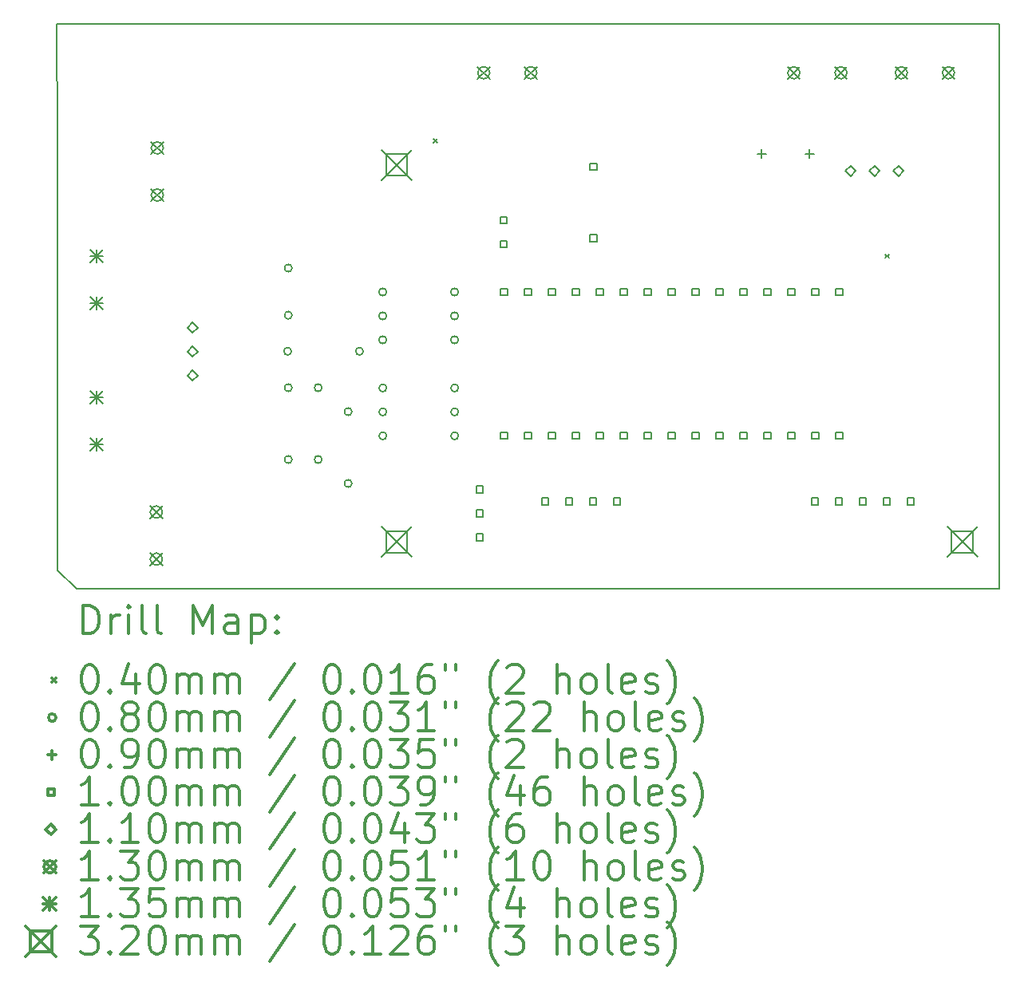
<source format=gbr>
%FSLAX45Y45*%
G04 Gerber Fmt 4.5, Leading zero omitted, Abs format (unit mm)*
G04 Created by KiCad (PCBNEW (5.1.8-0-10_14)) date 2021-01-11 22:35:17*
%MOMM*%
%LPD*%
G01*
G04 APERTURE LIST*
%TA.AperFunction,Profile*%
%ADD10C,0.150000*%
%TD*%
%ADD11C,0.200000*%
%ADD12C,0.300000*%
G04 APERTURE END LIST*
D10*
X10041882Y-5799926D02*
X10050000Y-7000000D01*
X20041882Y-5799926D02*
X10041882Y-5799926D01*
X20041882Y-11799926D02*
X20041882Y-5799926D01*
X19850000Y-11800000D02*
X20041882Y-11799926D01*
X19850000Y-11800000D02*
X10250000Y-11800000D01*
X10050000Y-11600000D02*
X10250000Y-11800000D01*
X10050000Y-7000000D02*
X10050000Y-11600000D01*
D11*
X14040482Y-7024726D02*
X14080482Y-7064726D01*
X14080482Y-7024726D02*
X14040482Y-7064726D01*
X18828500Y-8245500D02*
X18868500Y-8285500D01*
X18868500Y-8245500D02*
X18828500Y-8285500D01*
X12856000Y-9662500D02*
G75*
G03*
X12856000Y-9662500I-40000J0D01*
G01*
X12856000Y-10424500D02*
G75*
G03*
X12856000Y-10424500I-40000J0D01*
G01*
X13173500Y-9916500D02*
G75*
G03*
X13173500Y-9916500I-40000J0D01*
G01*
X13173500Y-10678500D02*
G75*
G03*
X13173500Y-10678500I-40000J0D01*
G01*
X12538500Y-8392500D02*
G75*
G03*
X12538500Y-8392500I-40000J0D01*
G01*
X12538500Y-8892500D02*
G75*
G03*
X12538500Y-8892500I-40000J0D01*
G01*
X12538500Y-9662500D02*
G75*
G03*
X12538500Y-9662500I-40000J0D01*
G01*
X12538500Y-10424500D02*
G75*
G03*
X12538500Y-10424500I-40000J0D01*
G01*
X13539882Y-8646500D02*
G75*
G03*
X13539882Y-8646500I-40000J0D01*
G01*
X13539882Y-8900500D02*
G75*
G03*
X13539882Y-8900500I-40000J0D01*
G01*
X13539882Y-9154500D02*
G75*
G03*
X13539882Y-9154500I-40000J0D01*
G01*
X14301882Y-8646500D02*
G75*
G03*
X14301882Y-8646500I-40000J0D01*
G01*
X14301882Y-8900500D02*
G75*
G03*
X14301882Y-8900500I-40000J0D01*
G01*
X14301882Y-9154500D02*
G75*
G03*
X14301882Y-9154500I-40000J0D01*
G01*
X13541882Y-9664926D02*
G75*
G03*
X13541882Y-9664926I-40000J0D01*
G01*
X13541882Y-9918926D02*
G75*
G03*
X13541882Y-9918926I-40000J0D01*
G01*
X13541882Y-10172926D02*
G75*
G03*
X13541882Y-10172926I-40000J0D01*
G01*
X14303882Y-9664926D02*
G75*
G03*
X14303882Y-9664926I-40000J0D01*
G01*
X14303882Y-9918926D02*
G75*
G03*
X14303882Y-9918926I-40000J0D01*
G01*
X14303882Y-10172926D02*
G75*
G03*
X14303882Y-10172926I-40000J0D01*
G01*
X12531882Y-9274926D02*
G75*
G03*
X12531882Y-9274926I-40000J0D01*
G01*
X13293882Y-9274926D02*
G75*
G03*
X13293882Y-9274926I-40000J0D01*
G01*
X17521882Y-7134926D02*
X17521882Y-7224926D01*
X17476882Y-7179926D02*
X17566882Y-7179926D01*
X18029882Y-7134926D02*
X18029882Y-7224926D01*
X17984882Y-7179926D02*
X18074882Y-7179926D01*
X15259238Y-10904356D02*
X15259238Y-10833644D01*
X15188526Y-10833644D01*
X15188526Y-10904356D01*
X15259238Y-10904356D01*
X15513238Y-10904356D02*
X15513238Y-10833644D01*
X15442526Y-10833644D01*
X15442526Y-10904356D01*
X15513238Y-10904356D01*
X15767238Y-10904356D02*
X15767238Y-10833644D01*
X15696526Y-10833644D01*
X15696526Y-10904356D01*
X15767238Y-10904356D01*
X16021238Y-10904356D02*
X16021238Y-10833644D01*
X15950526Y-10833644D01*
X15950526Y-10904356D01*
X16021238Y-10904356D01*
X18121856Y-10904356D02*
X18121856Y-10833644D01*
X18051144Y-10833644D01*
X18051144Y-10904356D01*
X18121856Y-10904356D01*
X18375856Y-10904356D02*
X18375856Y-10833644D01*
X18305144Y-10833644D01*
X18305144Y-10904356D01*
X18375856Y-10904356D01*
X18629856Y-10904356D02*
X18629856Y-10833644D01*
X18559144Y-10833644D01*
X18559144Y-10904356D01*
X18629856Y-10904356D01*
X18883856Y-10904356D02*
X18883856Y-10833644D01*
X18813144Y-10833644D01*
X18813144Y-10904356D01*
X18883856Y-10904356D01*
X19137856Y-10904356D02*
X19137856Y-10833644D01*
X19067144Y-10833644D01*
X19067144Y-10904356D01*
X19137856Y-10904356D01*
X15772356Y-7350356D02*
X15772356Y-7279644D01*
X15701644Y-7279644D01*
X15701644Y-7350356D01*
X15772356Y-7350356D01*
X15772356Y-8110356D02*
X15772356Y-8039644D01*
X15701644Y-8039644D01*
X15701644Y-8110356D01*
X15772356Y-8110356D01*
X14565856Y-10777356D02*
X14565856Y-10706644D01*
X14495144Y-10706644D01*
X14495144Y-10777356D01*
X14565856Y-10777356D01*
X14565856Y-11031356D02*
X14565856Y-10960644D01*
X14495144Y-10960644D01*
X14495144Y-11031356D01*
X14565856Y-11031356D01*
X14565856Y-11285356D02*
X14565856Y-11214644D01*
X14495144Y-11214644D01*
X14495144Y-11285356D01*
X14565856Y-11285356D01*
X14822238Y-8681282D02*
X14822238Y-8610570D01*
X14751526Y-8610570D01*
X14751526Y-8681282D01*
X14822238Y-8681282D01*
X14822238Y-10205282D02*
X14822238Y-10134570D01*
X14751526Y-10134570D01*
X14751526Y-10205282D01*
X14822238Y-10205282D01*
X15076238Y-8681282D02*
X15076238Y-8610570D01*
X15005526Y-8610570D01*
X15005526Y-8681282D01*
X15076238Y-8681282D01*
X15076238Y-10205282D02*
X15076238Y-10134570D01*
X15005526Y-10134570D01*
X15005526Y-10205282D01*
X15076238Y-10205282D01*
X15330238Y-8681282D02*
X15330238Y-8610570D01*
X15259526Y-8610570D01*
X15259526Y-8681282D01*
X15330238Y-8681282D01*
X15330238Y-10205282D02*
X15330238Y-10134570D01*
X15259526Y-10134570D01*
X15259526Y-10205282D01*
X15330238Y-10205282D01*
X15584238Y-8681282D02*
X15584238Y-8610570D01*
X15513526Y-8610570D01*
X15513526Y-8681282D01*
X15584238Y-8681282D01*
X15584238Y-10205282D02*
X15584238Y-10134570D01*
X15513526Y-10134570D01*
X15513526Y-10205282D01*
X15584238Y-10205282D01*
X15838238Y-8681282D02*
X15838238Y-8610570D01*
X15767526Y-8610570D01*
X15767526Y-8681282D01*
X15838238Y-8681282D01*
X15838238Y-10205282D02*
X15838238Y-10134570D01*
X15767526Y-10134570D01*
X15767526Y-10205282D01*
X15838238Y-10205282D01*
X16092238Y-8681282D02*
X16092238Y-8610570D01*
X16021526Y-8610570D01*
X16021526Y-8681282D01*
X16092238Y-8681282D01*
X16092238Y-10205282D02*
X16092238Y-10134570D01*
X16021526Y-10134570D01*
X16021526Y-10205282D01*
X16092238Y-10205282D01*
X16346238Y-8681282D02*
X16346238Y-8610570D01*
X16275526Y-8610570D01*
X16275526Y-8681282D01*
X16346238Y-8681282D01*
X16346238Y-10205282D02*
X16346238Y-10134570D01*
X16275526Y-10134570D01*
X16275526Y-10205282D01*
X16346238Y-10205282D01*
X16600238Y-8681282D02*
X16600238Y-8610570D01*
X16529526Y-8610570D01*
X16529526Y-8681282D01*
X16600238Y-8681282D01*
X16600238Y-10205282D02*
X16600238Y-10134570D01*
X16529526Y-10134570D01*
X16529526Y-10205282D01*
X16600238Y-10205282D01*
X16854238Y-8681282D02*
X16854238Y-8610570D01*
X16783526Y-8610570D01*
X16783526Y-8681282D01*
X16854238Y-8681282D01*
X16854238Y-10205282D02*
X16854238Y-10134570D01*
X16783526Y-10134570D01*
X16783526Y-10205282D01*
X16854238Y-10205282D01*
X17108238Y-8681282D02*
X17108238Y-8610570D01*
X17037526Y-8610570D01*
X17037526Y-8681282D01*
X17108238Y-8681282D01*
X17108238Y-10205282D02*
X17108238Y-10134570D01*
X17037526Y-10134570D01*
X17037526Y-10205282D01*
X17108238Y-10205282D01*
X17362238Y-8681282D02*
X17362238Y-8610570D01*
X17291526Y-8610570D01*
X17291526Y-8681282D01*
X17362238Y-8681282D01*
X17362238Y-10205282D02*
X17362238Y-10134570D01*
X17291526Y-10134570D01*
X17291526Y-10205282D01*
X17362238Y-10205282D01*
X17616238Y-8681282D02*
X17616238Y-8610570D01*
X17545526Y-8610570D01*
X17545526Y-8681282D01*
X17616238Y-8681282D01*
X17616238Y-10205282D02*
X17616238Y-10134570D01*
X17545526Y-10134570D01*
X17545526Y-10205282D01*
X17616238Y-10205282D01*
X17870238Y-8681282D02*
X17870238Y-8610570D01*
X17799526Y-8610570D01*
X17799526Y-8681282D01*
X17870238Y-8681282D01*
X17870238Y-10205282D02*
X17870238Y-10134570D01*
X17799526Y-10134570D01*
X17799526Y-10205282D01*
X17870238Y-10205282D01*
X18124238Y-8681282D02*
X18124238Y-8610570D01*
X18053526Y-8610570D01*
X18053526Y-8681282D01*
X18124238Y-8681282D01*
X18124238Y-10205282D02*
X18124238Y-10134570D01*
X18053526Y-10134570D01*
X18053526Y-10205282D01*
X18124238Y-10205282D01*
X18378238Y-8681282D02*
X18378238Y-8610570D01*
X18307526Y-8610570D01*
X18307526Y-8681282D01*
X18378238Y-8681282D01*
X18378238Y-10205282D02*
X18378238Y-10134570D01*
X18307526Y-10134570D01*
X18307526Y-10205282D01*
X18378238Y-10205282D01*
X14819856Y-7919856D02*
X14819856Y-7849144D01*
X14749144Y-7849144D01*
X14749144Y-7919856D01*
X14819856Y-7919856D01*
X14819856Y-8173856D02*
X14819856Y-8103144D01*
X14749144Y-8103144D01*
X14749144Y-8173856D01*
X14819856Y-8173856D01*
X11482382Y-9080926D02*
X11537382Y-9025926D01*
X11482382Y-8970926D01*
X11427382Y-9025926D01*
X11482382Y-9080926D01*
X11482382Y-9334926D02*
X11537382Y-9279926D01*
X11482382Y-9224926D01*
X11427382Y-9279926D01*
X11482382Y-9334926D01*
X11482382Y-9588926D02*
X11537382Y-9533926D01*
X11482382Y-9478926D01*
X11427382Y-9533926D01*
X11482382Y-9588926D01*
X18461882Y-7414926D02*
X18516882Y-7359926D01*
X18461882Y-7304926D01*
X18406882Y-7359926D01*
X18461882Y-7414926D01*
X18715882Y-7414926D02*
X18770882Y-7359926D01*
X18715882Y-7304926D01*
X18660882Y-7359926D01*
X18715882Y-7414926D01*
X18969882Y-7414926D02*
X19024882Y-7359926D01*
X18969882Y-7304926D01*
X18914882Y-7359926D01*
X18969882Y-7414926D01*
X17796882Y-6254926D02*
X17926882Y-6384926D01*
X17926882Y-6254926D02*
X17796882Y-6384926D01*
X17926882Y-6319926D02*
G75*
G03*
X17926882Y-6319926I-65000J0D01*
G01*
X18296882Y-6254926D02*
X18426882Y-6384926D01*
X18426882Y-6254926D02*
X18296882Y-6384926D01*
X18426882Y-6319926D02*
G75*
G03*
X18426882Y-6319926I-65000J0D01*
G01*
X11034382Y-10917426D02*
X11164382Y-11047426D01*
X11164382Y-10917426D02*
X11034382Y-11047426D01*
X11164382Y-10982426D02*
G75*
G03*
X11164382Y-10982426I-65000J0D01*
G01*
X11034382Y-11417426D02*
X11164382Y-11547426D01*
X11164382Y-11417426D02*
X11034382Y-11547426D01*
X11164382Y-11482426D02*
G75*
G03*
X11164382Y-11482426I-65000J0D01*
G01*
X11044382Y-7052426D02*
X11174382Y-7182426D01*
X11174382Y-7052426D02*
X11044382Y-7182426D01*
X11174382Y-7117426D02*
G75*
G03*
X11174382Y-7117426I-65000J0D01*
G01*
X11044382Y-7552426D02*
X11174382Y-7682426D01*
X11174382Y-7552426D02*
X11044382Y-7682426D01*
X11174382Y-7617426D02*
G75*
G03*
X11174382Y-7617426I-65000J0D01*
G01*
X14506882Y-6254926D02*
X14636882Y-6384926D01*
X14636882Y-6254926D02*
X14506882Y-6384926D01*
X14636882Y-6319926D02*
G75*
G03*
X14636882Y-6319926I-65000J0D01*
G01*
X15006882Y-6254926D02*
X15136882Y-6384926D01*
X15136882Y-6254926D02*
X15006882Y-6384926D01*
X15136882Y-6319926D02*
G75*
G03*
X15136882Y-6319926I-65000J0D01*
G01*
X18936882Y-6254926D02*
X19066882Y-6384926D01*
X19066882Y-6254926D02*
X18936882Y-6384926D01*
X19066882Y-6319926D02*
G75*
G03*
X19066882Y-6319926I-65000J0D01*
G01*
X19436882Y-6254926D02*
X19566882Y-6384926D01*
X19566882Y-6254926D02*
X19436882Y-6384926D01*
X19566882Y-6319926D02*
G75*
G03*
X19566882Y-6319926I-65000J0D01*
G01*
X10398882Y-8196426D02*
X10533882Y-8331426D01*
X10533882Y-8196426D02*
X10398882Y-8331426D01*
X10466382Y-8196426D02*
X10466382Y-8331426D01*
X10398882Y-8263926D02*
X10533882Y-8263926D01*
X10398882Y-8696426D02*
X10533882Y-8831426D01*
X10533882Y-8696426D02*
X10398882Y-8831426D01*
X10466382Y-8696426D02*
X10466382Y-8831426D01*
X10398882Y-8763926D02*
X10533882Y-8763926D01*
X10398882Y-9696426D02*
X10533882Y-9831426D01*
X10533882Y-9696426D02*
X10398882Y-9831426D01*
X10466382Y-9696426D02*
X10466382Y-9831426D01*
X10398882Y-9763926D02*
X10533882Y-9763926D01*
X10398882Y-10196426D02*
X10533882Y-10331426D01*
X10533882Y-10196426D02*
X10398882Y-10331426D01*
X10466382Y-10196426D02*
X10466382Y-10331426D01*
X10398882Y-10263926D02*
X10533882Y-10263926D01*
X19489314Y-11139098D02*
X19809314Y-11459098D01*
X19809314Y-11139098D02*
X19489314Y-11459098D01*
X19762452Y-11412236D02*
X19762452Y-11185960D01*
X19536176Y-11185960D01*
X19536176Y-11412236D01*
X19762452Y-11412236D01*
X13489314Y-7139098D02*
X13809314Y-7459098D01*
X13809314Y-7139098D02*
X13489314Y-7459098D01*
X13762452Y-7412236D02*
X13762452Y-7185960D01*
X13536176Y-7185960D01*
X13536176Y-7412236D01*
X13762452Y-7412236D01*
X13489314Y-11139098D02*
X13809314Y-11459098D01*
X13809314Y-11139098D02*
X13489314Y-11459098D01*
X13762452Y-11412236D02*
X13762452Y-11185960D01*
X13536176Y-11185960D01*
X13536176Y-11412236D01*
X13762452Y-11412236D01*
D12*
X10320810Y-12273214D02*
X10320810Y-11973214D01*
X10392239Y-11973214D01*
X10435096Y-11987500D01*
X10463668Y-12016071D01*
X10477953Y-12044643D01*
X10492239Y-12101786D01*
X10492239Y-12144643D01*
X10477953Y-12201786D01*
X10463668Y-12230357D01*
X10435096Y-12258929D01*
X10392239Y-12273214D01*
X10320810Y-12273214D01*
X10620810Y-12273214D02*
X10620810Y-12073214D01*
X10620810Y-12130357D02*
X10635096Y-12101786D01*
X10649382Y-12087500D01*
X10677953Y-12073214D01*
X10706525Y-12073214D01*
X10806525Y-12273214D02*
X10806525Y-12073214D01*
X10806525Y-11973214D02*
X10792239Y-11987500D01*
X10806525Y-12001786D01*
X10820810Y-11987500D01*
X10806525Y-11973214D01*
X10806525Y-12001786D01*
X10992239Y-12273214D02*
X10963668Y-12258929D01*
X10949382Y-12230357D01*
X10949382Y-11973214D01*
X11149382Y-12273214D02*
X11120810Y-12258929D01*
X11106525Y-12230357D01*
X11106525Y-11973214D01*
X11492239Y-12273214D02*
X11492239Y-11973214D01*
X11592239Y-12187500D01*
X11692239Y-11973214D01*
X11692239Y-12273214D01*
X11963668Y-12273214D02*
X11963668Y-12116071D01*
X11949382Y-12087500D01*
X11920810Y-12073214D01*
X11863668Y-12073214D01*
X11835096Y-12087500D01*
X11963668Y-12258929D02*
X11935096Y-12273214D01*
X11863668Y-12273214D01*
X11835096Y-12258929D01*
X11820810Y-12230357D01*
X11820810Y-12201786D01*
X11835096Y-12173214D01*
X11863668Y-12158929D01*
X11935096Y-12158929D01*
X11963668Y-12144643D01*
X12106525Y-12073214D02*
X12106525Y-12373214D01*
X12106525Y-12087500D02*
X12135096Y-12073214D01*
X12192239Y-12073214D01*
X12220810Y-12087500D01*
X12235096Y-12101786D01*
X12249382Y-12130357D01*
X12249382Y-12216071D01*
X12235096Y-12244643D01*
X12220810Y-12258929D01*
X12192239Y-12273214D01*
X12135096Y-12273214D01*
X12106525Y-12258929D01*
X12377953Y-12244643D02*
X12392239Y-12258929D01*
X12377953Y-12273214D01*
X12363668Y-12258929D01*
X12377953Y-12244643D01*
X12377953Y-12273214D01*
X12377953Y-12087500D02*
X12392239Y-12101786D01*
X12377953Y-12116071D01*
X12363668Y-12101786D01*
X12377953Y-12087500D01*
X12377953Y-12116071D01*
X9994382Y-12747500D02*
X10034382Y-12787500D01*
X10034382Y-12747500D02*
X9994382Y-12787500D01*
X10377953Y-12603214D02*
X10406525Y-12603214D01*
X10435096Y-12617500D01*
X10449382Y-12631786D01*
X10463668Y-12660357D01*
X10477953Y-12717500D01*
X10477953Y-12788929D01*
X10463668Y-12846071D01*
X10449382Y-12874643D01*
X10435096Y-12888929D01*
X10406525Y-12903214D01*
X10377953Y-12903214D01*
X10349382Y-12888929D01*
X10335096Y-12874643D01*
X10320810Y-12846071D01*
X10306525Y-12788929D01*
X10306525Y-12717500D01*
X10320810Y-12660357D01*
X10335096Y-12631786D01*
X10349382Y-12617500D01*
X10377953Y-12603214D01*
X10606525Y-12874643D02*
X10620810Y-12888929D01*
X10606525Y-12903214D01*
X10592239Y-12888929D01*
X10606525Y-12874643D01*
X10606525Y-12903214D01*
X10877953Y-12703214D02*
X10877953Y-12903214D01*
X10806525Y-12588929D02*
X10735096Y-12803214D01*
X10920810Y-12803214D01*
X11092239Y-12603214D02*
X11120810Y-12603214D01*
X11149382Y-12617500D01*
X11163668Y-12631786D01*
X11177953Y-12660357D01*
X11192239Y-12717500D01*
X11192239Y-12788929D01*
X11177953Y-12846071D01*
X11163668Y-12874643D01*
X11149382Y-12888929D01*
X11120810Y-12903214D01*
X11092239Y-12903214D01*
X11063668Y-12888929D01*
X11049382Y-12874643D01*
X11035096Y-12846071D01*
X11020810Y-12788929D01*
X11020810Y-12717500D01*
X11035096Y-12660357D01*
X11049382Y-12631786D01*
X11063668Y-12617500D01*
X11092239Y-12603214D01*
X11320810Y-12903214D02*
X11320810Y-12703214D01*
X11320810Y-12731786D02*
X11335096Y-12717500D01*
X11363668Y-12703214D01*
X11406525Y-12703214D01*
X11435096Y-12717500D01*
X11449382Y-12746071D01*
X11449382Y-12903214D01*
X11449382Y-12746071D02*
X11463668Y-12717500D01*
X11492239Y-12703214D01*
X11535096Y-12703214D01*
X11563668Y-12717500D01*
X11577953Y-12746071D01*
X11577953Y-12903214D01*
X11720810Y-12903214D02*
X11720810Y-12703214D01*
X11720810Y-12731786D02*
X11735096Y-12717500D01*
X11763668Y-12703214D01*
X11806525Y-12703214D01*
X11835096Y-12717500D01*
X11849382Y-12746071D01*
X11849382Y-12903214D01*
X11849382Y-12746071D02*
X11863668Y-12717500D01*
X11892239Y-12703214D01*
X11935096Y-12703214D01*
X11963668Y-12717500D01*
X11977953Y-12746071D01*
X11977953Y-12903214D01*
X12563668Y-12588929D02*
X12306525Y-12974643D01*
X12949382Y-12603214D02*
X12977953Y-12603214D01*
X13006525Y-12617500D01*
X13020810Y-12631786D01*
X13035096Y-12660357D01*
X13049382Y-12717500D01*
X13049382Y-12788929D01*
X13035096Y-12846071D01*
X13020810Y-12874643D01*
X13006525Y-12888929D01*
X12977953Y-12903214D01*
X12949382Y-12903214D01*
X12920810Y-12888929D01*
X12906525Y-12874643D01*
X12892239Y-12846071D01*
X12877953Y-12788929D01*
X12877953Y-12717500D01*
X12892239Y-12660357D01*
X12906525Y-12631786D01*
X12920810Y-12617500D01*
X12949382Y-12603214D01*
X13177953Y-12874643D02*
X13192239Y-12888929D01*
X13177953Y-12903214D01*
X13163668Y-12888929D01*
X13177953Y-12874643D01*
X13177953Y-12903214D01*
X13377953Y-12603214D02*
X13406525Y-12603214D01*
X13435096Y-12617500D01*
X13449382Y-12631786D01*
X13463668Y-12660357D01*
X13477953Y-12717500D01*
X13477953Y-12788929D01*
X13463668Y-12846071D01*
X13449382Y-12874643D01*
X13435096Y-12888929D01*
X13406525Y-12903214D01*
X13377953Y-12903214D01*
X13349382Y-12888929D01*
X13335096Y-12874643D01*
X13320810Y-12846071D01*
X13306525Y-12788929D01*
X13306525Y-12717500D01*
X13320810Y-12660357D01*
X13335096Y-12631786D01*
X13349382Y-12617500D01*
X13377953Y-12603214D01*
X13763668Y-12903214D02*
X13592239Y-12903214D01*
X13677953Y-12903214D02*
X13677953Y-12603214D01*
X13649382Y-12646071D01*
X13620810Y-12674643D01*
X13592239Y-12688929D01*
X14020810Y-12603214D02*
X13963668Y-12603214D01*
X13935096Y-12617500D01*
X13920810Y-12631786D01*
X13892239Y-12674643D01*
X13877953Y-12731786D01*
X13877953Y-12846071D01*
X13892239Y-12874643D01*
X13906525Y-12888929D01*
X13935096Y-12903214D01*
X13992239Y-12903214D01*
X14020810Y-12888929D01*
X14035096Y-12874643D01*
X14049382Y-12846071D01*
X14049382Y-12774643D01*
X14035096Y-12746071D01*
X14020810Y-12731786D01*
X13992239Y-12717500D01*
X13935096Y-12717500D01*
X13906525Y-12731786D01*
X13892239Y-12746071D01*
X13877953Y-12774643D01*
X14163668Y-12603214D02*
X14163668Y-12660357D01*
X14277953Y-12603214D02*
X14277953Y-12660357D01*
X14720810Y-13017500D02*
X14706525Y-13003214D01*
X14677953Y-12960357D01*
X14663668Y-12931786D01*
X14649382Y-12888929D01*
X14635096Y-12817500D01*
X14635096Y-12760357D01*
X14649382Y-12688929D01*
X14663668Y-12646071D01*
X14677953Y-12617500D01*
X14706525Y-12574643D01*
X14720810Y-12560357D01*
X14820810Y-12631786D02*
X14835096Y-12617500D01*
X14863668Y-12603214D01*
X14935096Y-12603214D01*
X14963668Y-12617500D01*
X14977953Y-12631786D01*
X14992239Y-12660357D01*
X14992239Y-12688929D01*
X14977953Y-12731786D01*
X14806525Y-12903214D01*
X14992239Y-12903214D01*
X15349382Y-12903214D02*
X15349382Y-12603214D01*
X15477953Y-12903214D02*
X15477953Y-12746071D01*
X15463668Y-12717500D01*
X15435096Y-12703214D01*
X15392239Y-12703214D01*
X15363668Y-12717500D01*
X15349382Y-12731786D01*
X15663668Y-12903214D02*
X15635096Y-12888929D01*
X15620810Y-12874643D01*
X15606525Y-12846071D01*
X15606525Y-12760357D01*
X15620810Y-12731786D01*
X15635096Y-12717500D01*
X15663668Y-12703214D01*
X15706525Y-12703214D01*
X15735096Y-12717500D01*
X15749382Y-12731786D01*
X15763668Y-12760357D01*
X15763668Y-12846071D01*
X15749382Y-12874643D01*
X15735096Y-12888929D01*
X15706525Y-12903214D01*
X15663668Y-12903214D01*
X15935096Y-12903214D02*
X15906525Y-12888929D01*
X15892239Y-12860357D01*
X15892239Y-12603214D01*
X16163668Y-12888929D02*
X16135096Y-12903214D01*
X16077953Y-12903214D01*
X16049382Y-12888929D01*
X16035096Y-12860357D01*
X16035096Y-12746071D01*
X16049382Y-12717500D01*
X16077953Y-12703214D01*
X16135096Y-12703214D01*
X16163668Y-12717500D01*
X16177953Y-12746071D01*
X16177953Y-12774643D01*
X16035096Y-12803214D01*
X16292239Y-12888929D02*
X16320810Y-12903214D01*
X16377953Y-12903214D01*
X16406525Y-12888929D01*
X16420810Y-12860357D01*
X16420810Y-12846071D01*
X16406525Y-12817500D01*
X16377953Y-12803214D01*
X16335096Y-12803214D01*
X16306525Y-12788929D01*
X16292239Y-12760357D01*
X16292239Y-12746071D01*
X16306525Y-12717500D01*
X16335096Y-12703214D01*
X16377953Y-12703214D01*
X16406525Y-12717500D01*
X16520810Y-13017500D02*
X16535096Y-13003214D01*
X16563668Y-12960357D01*
X16577953Y-12931786D01*
X16592239Y-12888929D01*
X16606525Y-12817500D01*
X16606525Y-12760357D01*
X16592239Y-12688929D01*
X16577953Y-12646071D01*
X16563668Y-12617500D01*
X16535096Y-12574643D01*
X16520810Y-12560357D01*
X10034382Y-13163500D02*
G75*
G03*
X10034382Y-13163500I-40000J0D01*
G01*
X10377953Y-12999214D02*
X10406525Y-12999214D01*
X10435096Y-13013500D01*
X10449382Y-13027786D01*
X10463668Y-13056357D01*
X10477953Y-13113500D01*
X10477953Y-13184929D01*
X10463668Y-13242071D01*
X10449382Y-13270643D01*
X10435096Y-13284929D01*
X10406525Y-13299214D01*
X10377953Y-13299214D01*
X10349382Y-13284929D01*
X10335096Y-13270643D01*
X10320810Y-13242071D01*
X10306525Y-13184929D01*
X10306525Y-13113500D01*
X10320810Y-13056357D01*
X10335096Y-13027786D01*
X10349382Y-13013500D01*
X10377953Y-12999214D01*
X10606525Y-13270643D02*
X10620810Y-13284929D01*
X10606525Y-13299214D01*
X10592239Y-13284929D01*
X10606525Y-13270643D01*
X10606525Y-13299214D01*
X10792239Y-13127786D02*
X10763668Y-13113500D01*
X10749382Y-13099214D01*
X10735096Y-13070643D01*
X10735096Y-13056357D01*
X10749382Y-13027786D01*
X10763668Y-13013500D01*
X10792239Y-12999214D01*
X10849382Y-12999214D01*
X10877953Y-13013500D01*
X10892239Y-13027786D01*
X10906525Y-13056357D01*
X10906525Y-13070643D01*
X10892239Y-13099214D01*
X10877953Y-13113500D01*
X10849382Y-13127786D01*
X10792239Y-13127786D01*
X10763668Y-13142071D01*
X10749382Y-13156357D01*
X10735096Y-13184929D01*
X10735096Y-13242071D01*
X10749382Y-13270643D01*
X10763668Y-13284929D01*
X10792239Y-13299214D01*
X10849382Y-13299214D01*
X10877953Y-13284929D01*
X10892239Y-13270643D01*
X10906525Y-13242071D01*
X10906525Y-13184929D01*
X10892239Y-13156357D01*
X10877953Y-13142071D01*
X10849382Y-13127786D01*
X11092239Y-12999214D02*
X11120810Y-12999214D01*
X11149382Y-13013500D01*
X11163668Y-13027786D01*
X11177953Y-13056357D01*
X11192239Y-13113500D01*
X11192239Y-13184929D01*
X11177953Y-13242071D01*
X11163668Y-13270643D01*
X11149382Y-13284929D01*
X11120810Y-13299214D01*
X11092239Y-13299214D01*
X11063668Y-13284929D01*
X11049382Y-13270643D01*
X11035096Y-13242071D01*
X11020810Y-13184929D01*
X11020810Y-13113500D01*
X11035096Y-13056357D01*
X11049382Y-13027786D01*
X11063668Y-13013500D01*
X11092239Y-12999214D01*
X11320810Y-13299214D02*
X11320810Y-13099214D01*
X11320810Y-13127786D02*
X11335096Y-13113500D01*
X11363668Y-13099214D01*
X11406525Y-13099214D01*
X11435096Y-13113500D01*
X11449382Y-13142071D01*
X11449382Y-13299214D01*
X11449382Y-13142071D02*
X11463668Y-13113500D01*
X11492239Y-13099214D01*
X11535096Y-13099214D01*
X11563668Y-13113500D01*
X11577953Y-13142071D01*
X11577953Y-13299214D01*
X11720810Y-13299214D02*
X11720810Y-13099214D01*
X11720810Y-13127786D02*
X11735096Y-13113500D01*
X11763668Y-13099214D01*
X11806525Y-13099214D01*
X11835096Y-13113500D01*
X11849382Y-13142071D01*
X11849382Y-13299214D01*
X11849382Y-13142071D02*
X11863668Y-13113500D01*
X11892239Y-13099214D01*
X11935096Y-13099214D01*
X11963668Y-13113500D01*
X11977953Y-13142071D01*
X11977953Y-13299214D01*
X12563668Y-12984929D02*
X12306525Y-13370643D01*
X12949382Y-12999214D02*
X12977953Y-12999214D01*
X13006525Y-13013500D01*
X13020810Y-13027786D01*
X13035096Y-13056357D01*
X13049382Y-13113500D01*
X13049382Y-13184929D01*
X13035096Y-13242071D01*
X13020810Y-13270643D01*
X13006525Y-13284929D01*
X12977953Y-13299214D01*
X12949382Y-13299214D01*
X12920810Y-13284929D01*
X12906525Y-13270643D01*
X12892239Y-13242071D01*
X12877953Y-13184929D01*
X12877953Y-13113500D01*
X12892239Y-13056357D01*
X12906525Y-13027786D01*
X12920810Y-13013500D01*
X12949382Y-12999214D01*
X13177953Y-13270643D02*
X13192239Y-13284929D01*
X13177953Y-13299214D01*
X13163668Y-13284929D01*
X13177953Y-13270643D01*
X13177953Y-13299214D01*
X13377953Y-12999214D02*
X13406525Y-12999214D01*
X13435096Y-13013500D01*
X13449382Y-13027786D01*
X13463668Y-13056357D01*
X13477953Y-13113500D01*
X13477953Y-13184929D01*
X13463668Y-13242071D01*
X13449382Y-13270643D01*
X13435096Y-13284929D01*
X13406525Y-13299214D01*
X13377953Y-13299214D01*
X13349382Y-13284929D01*
X13335096Y-13270643D01*
X13320810Y-13242071D01*
X13306525Y-13184929D01*
X13306525Y-13113500D01*
X13320810Y-13056357D01*
X13335096Y-13027786D01*
X13349382Y-13013500D01*
X13377953Y-12999214D01*
X13577953Y-12999214D02*
X13763668Y-12999214D01*
X13663668Y-13113500D01*
X13706525Y-13113500D01*
X13735096Y-13127786D01*
X13749382Y-13142071D01*
X13763668Y-13170643D01*
X13763668Y-13242071D01*
X13749382Y-13270643D01*
X13735096Y-13284929D01*
X13706525Y-13299214D01*
X13620810Y-13299214D01*
X13592239Y-13284929D01*
X13577953Y-13270643D01*
X14049382Y-13299214D02*
X13877953Y-13299214D01*
X13963668Y-13299214D02*
X13963668Y-12999214D01*
X13935096Y-13042071D01*
X13906525Y-13070643D01*
X13877953Y-13084929D01*
X14163668Y-12999214D02*
X14163668Y-13056357D01*
X14277953Y-12999214D02*
X14277953Y-13056357D01*
X14720810Y-13413500D02*
X14706525Y-13399214D01*
X14677953Y-13356357D01*
X14663668Y-13327786D01*
X14649382Y-13284929D01*
X14635096Y-13213500D01*
X14635096Y-13156357D01*
X14649382Y-13084929D01*
X14663668Y-13042071D01*
X14677953Y-13013500D01*
X14706525Y-12970643D01*
X14720810Y-12956357D01*
X14820810Y-13027786D02*
X14835096Y-13013500D01*
X14863668Y-12999214D01*
X14935096Y-12999214D01*
X14963668Y-13013500D01*
X14977953Y-13027786D01*
X14992239Y-13056357D01*
X14992239Y-13084929D01*
X14977953Y-13127786D01*
X14806525Y-13299214D01*
X14992239Y-13299214D01*
X15106525Y-13027786D02*
X15120810Y-13013500D01*
X15149382Y-12999214D01*
X15220810Y-12999214D01*
X15249382Y-13013500D01*
X15263668Y-13027786D01*
X15277953Y-13056357D01*
X15277953Y-13084929D01*
X15263668Y-13127786D01*
X15092239Y-13299214D01*
X15277953Y-13299214D01*
X15635096Y-13299214D02*
X15635096Y-12999214D01*
X15763668Y-13299214D02*
X15763668Y-13142071D01*
X15749382Y-13113500D01*
X15720810Y-13099214D01*
X15677953Y-13099214D01*
X15649382Y-13113500D01*
X15635096Y-13127786D01*
X15949382Y-13299214D02*
X15920810Y-13284929D01*
X15906525Y-13270643D01*
X15892239Y-13242071D01*
X15892239Y-13156357D01*
X15906525Y-13127786D01*
X15920810Y-13113500D01*
X15949382Y-13099214D01*
X15992239Y-13099214D01*
X16020810Y-13113500D01*
X16035096Y-13127786D01*
X16049382Y-13156357D01*
X16049382Y-13242071D01*
X16035096Y-13270643D01*
X16020810Y-13284929D01*
X15992239Y-13299214D01*
X15949382Y-13299214D01*
X16220810Y-13299214D02*
X16192239Y-13284929D01*
X16177953Y-13256357D01*
X16177953Y-12999214D01*
X16449382Y-13284929D02*
X16420810Y-13299214D01*
X16363668Y-13299214D01*
X16335096Y-13284929D01*
X16320810Y-13256357D01*
X16320810Y-13142071D01*
X16335096Y-13113500D01*
X16363668Y-13099214D01*
X16420810Y-13099214D01*
X16449382Y-13113500D01*
X16463668Y-13142071D01*
X16463668Y-13170643D01*
X16320810Y-13199214D01*
X16577953Y-13284929D02*
X16606525Y-13299214D01*
X16663668Y-13299214D01*
X16692239Y-13284929D01*
X16706525Y-13256357D01*
X16706525Y-13242071D01*
X16692239Y-13213500D01*
X16663668Y-13199214D01*
X16620810Y-13199214D01*
X16592239Y-13184929D01*
X16577953Y-13156357D01*
X16577953Y-13142071D01*
X16592239Y-13113500D01*
X16620810Y-13099214D01*
X16663668Y-13099214D01*
X16692239Y-13113500D01*
X16806525Y-13413500D02*
X16820810Y-13399214D01*
X16849382Y-13356357D01*
X16863668Y-13327786D01*
X16877953Y-13284929D01*
X16892239Y-13213500D01*
X16892239Y-13156357D01*
X16877953Y-13084929D01*
X16863668Y-13042071D01*
X16849382Y-13013500D01*
X16820810Y-12970643D01*
X16806525Y-12956357D01*
X9989382Y-13514500D02*
X9989382Y-13604500D01*
X9944382Y-13559500D02*
X10034382Y-13559500D01*
X10377953Y-13395214D02*
X10406525Y-13395214D01*
X10435096Y-13409500D01*
X10449382Y-13423786D01*
X10463668Y-13452357D01*
X10477953Y-13509500D01*
X10477953Y-13580929D01*
X10463668Y-13638071D01*
X10449382Y-13666643D01*
X10435096Y-13680929D01*
X10406525Y-13695214D01*
X10377953Y-13695214D01*
X10349382Y-13680929D01*
X10335096Y-13666643D01*
X10320810Y-13638071D01*
X10306525Y-13580929D01*
X10306525Y-13509500D01*
X10320810Y-13452357D01*
X10335096Y-13423786D01*
X10349382Y-13409500D01*
X10377953Y-13395214D01*
X10606525Y-13666643D02*
X10620810Y-13680929D01*
X10606525Y-13695214D01*
X10592239Y-13680929D01*
X10606525Y-13666643D01*
X10606525Y-13695214D01*
X10763668Y-13695214D02*
X10820810Y-13695214D01*
X10849382Y-13680929D01*
X10863668Y-13666643D01*
X10892239Y-13623786D01*
X10906525Y-13566643D01*
X10906525Y-13452357D01*
X10892239Y-13423786D01*
X10877953Y-13409500D01*
X10849382Y-13395214D01*
X10792239Y-13395214D01*
X10763668Y-13409500D01*
X10749382Y-13423786D01*
X10735096Y-13452357D01*
X10735096Y-13523786D01*
X10749382Y-13552357D01*
X10763668Y-13566643D01*
X10792239Y-13580929D01*
X10849382Y-13580929D01*
X10877953Y-13566643D01*
X10892239Y-13552357D01*
X10906525Y-13523786D01*
X11092239Y-13395214D02*
X11120810Y-13395214D01*
X11149382Y-13409500D01*
X11163668Y-13423786D01*
X11177953Y-13452357D01*
X11192239Y-13509500D01*
X11192239Y-13580929D01*
X11177953Y-13638071D01*
X11163668Y-13666643D01*
X11149382Y-13680929D01*
X11120810Y-13695214D01*
X11092239Y-13695214D01*
X11063668Y-13680929D01*
X11049382Y-13666643D01*
X11035096Y-13638071D01*
X11020810Y-13580929D01*
X11020810Y-13509500D01*
X11035096Y-13452357D01*
X11049382Y-13423786D01*
X11063668Y-13409500D01*
X11092239Y-13395214D01*
X11320810Y-13695214D02*
X11320810Y-13495214D01*
X11320810Y-13523786D02*
X11335096Y-13509500D01*
X11363668Y-13495214D01*
X11406525Y-13495214D01*
X11435096Y-13509500D01*
X11449382Y-13538071D01*
X11449382Y-13695214D01*
X11449382Y-13538071D02*
X11463668Y-13509500D01*
X11492239Y-13495214D01*
X11535096Y-13495214D01*
X11563668Y-13509500D01*
X11577953Y-13538071D01*
X11577953Y-13695214D01*
X11720810Y-13695214D02*
X11720810Y-13495214D01*
X11720810Y-13523786D02*
X11735096Y-13509500D01*
X11763668Y-13495214D01*
X11806525Y-13495214D01*
X11835096Y-13509500D01*
X11849382Y-13538071D01*
X11849382Y-13695214D01*
X11849382Y-13538071D02*
X11863668Y-13509500D01*
X11892239Y-13495214D01*
X11935096Y-13495214D01*
X11963668Y-13509500D01*
X11977953Y-13538071D01*
X11977953Y-13695214D01*
X12563668Y-13380929D02*
X12306525Y-13766643D01*
X12949382Y-13395214D02*
X12977953Y-13395214D01*
X13006525Y-13409500D01*
X13020810Y-13423786D01*
X13035096Y-13452357D01*
X13049382Y-13509500D01*
X13049382Y-13580929D01*
X13035096Y-13638071D01*
X13020810Y-13666643D01*
X13006525Y-13680929D01*
X12977953Y-13695214D01*
X12949382Y-13695214D01*
X12920810Y-13680929D01*
X12906525Y-13666643D01*
X12892239Y-13638071D01*
X12877953Y-13580929D01*
X12877953Y-13509500D01*
X12892239Y-13452357D01*
X12906525Y-13423786D01*
X12920810Y-13409500D01*
X12949382Y-13395214D01*
X13177953Y-13666643D02*
X13192239Y-13680929D01*
X13177953Y-13695214D01*
X13163668Y-13680929D01*
X13177953Y-13666643D01*
X13177953Y-13695214D01*
X13377953Y-13395214D02*
X13406525Y-13395214D01*
X13435096Y-13409500D01*
X13449382Y-13423786D01*
X13463668Y-13452357D01*
X13477953Y-13509500D01*
X13477953Y-13580929D01*
X13463668Y-13638071D01*
X13449382Y-13666643D01*
X13435096Y-13680929D01*
X13406525Y-13695214D01*
X13377953Y-13695214D01*
X13349382Y-13680929D01*
X13335096Y-13666643D01*
X13320810Y-13638071D01*
X13306525Y-13580929D01*
X13306525Y-13509500D01*
X13320810Y-13452357D01*
X13335096Y-13423786D01*
X13349382Y-13409500D01*
X13377953Y-13395214D01*
X13577953Y-13395214D02*
X13763668Y-13395214D01*
X13663668Y-13509500D01*
X13706525Y-13509500D01*
X13735096Y-13523786D01*
X13749382Y-13538071D01*
X13763668Y-13566643D01*
X13763668Y-13638071D01*
X13749382Y-13666643D01*
X13735096Y-13680929D01*
X13706525Y-13695214D01*
X13620810Y-13695214D01*
X13592239Y-13680929D01*
X13577953Y-13666643D01*
X14035096Y-13395214D02*
X13892239Y-13395214D01*
X13877953Y-13538071D01*
X13892239Y-13523786D01*
X13920810Y-13509500D01*
X13992239Y-13509500D01*
X14020810Y-13523786D01*
X14035096Y-13538071D01*
X14049382Y-13566643D01*
X14049382Y-13638071D01*
X14035096Y-13666643D01*
X14020810Y-13680929D01*
X13992239Y-13695214D01*
X13920810Y-13695214D01*
X13892239Y-13680929D01*
X13877953Y-13666643D01*
X14163668Y-13395214D02*
X14163668Y-13452357D01*
X14277953Y-13395214D02*
X14277953Y-13452357D01*
X14720810Y-13809500D02*
X14706525Y-13795214D01*
X14677953Y-13752357D01*
X14663668Y-13723786D01*
X14649382Y-13680929D01*
X14635096Y-13609500D01*
X14635096Y-13552357D01*
X14649382Y-13480929D01*
X14663668Y-13438071D01*
X14677953Y-13409500D01*
X14706525Y-13366643D01*
X14720810Y-13352357D01*
X14820810Y-13423786D02*
X14835096Y-13409500D01*
X14863668Y-13395214D01*
X14935096Y-13395214D01*
X14963668Y-13409500D01*
X14977953Y-13423786D01*
X14992239Y-13452357D01*
X14992239Y-13480929D01*
X14977953Y-13523786D01*
X14806525Y-13695214D01*
X14992239Y-13695214D01*
X15349382Y-13695214D02*
X15349382Y-13395214D01*
X15477953Y-13695214D02*
X15477953Y-13538071D01*
X15463668Y-13509500D01*
X15435096Y-13495214D01*
X15392239Y-13495214D01*
X15363668Y-13509500D01*
X15349382Y-13523786D01*
X15663668Y-13695214D02*
X15635096Y-13680929D01*
X15620810Y-13666643D01*
X15606525Y-13638071D01*
X15606525Y-13552357D01*
X15620810Y-13523786D01*
X15635096Y-13509500D01*
X15663668Y-13495214D01*
X15706525Y-13495214D01*
X15735096Y-13509500D01*
X15749382Y-13523786D01*
X15763668Y-13552357D01*
X15763668Y-13638071D01*
X15749382Y-13666643D01*
X15735096Y-13680929D01*
X15706525Y-13695214D01*
X15663668Y-13695214D01*
X15935096Y-13695214D02*
X15906525Y-13680929D01*
X15892239Y-13652357D01*
X15892239Y-13395214D01*
X16163668Y-13680929D02*
X16135096Y-13695214D01*
X16077953Y-13695214D01*
X16049382Y-13680929D01*
X16035096Y-13652357D01*
X16035096Y-13538071D01*
X16049382Y-13509500D01*
X16077953Y-13495214D01*
X16135096Y-13495214D01*
X16163668Y-13509500D01*
X16177953Y-13538071D01*
X16177953Y-13566643D01*
X16035096Y-13595214D01*
X16292239Y-13680929D02*
X16320810Y-13695214D01*
X16377953Y-13695214D01*
X16406525Y-13680929D01*
X16420810Y-13652357D01*
X16420810Y-13638071D01*
X16406525Y-13609500D01*
X16377953Y-13595214D01*
X16335096Y-13595214D01*
X16306525Y-13580929D01*
X16292239Y-13552357D01*
X16292239Y-13538071D01*
X16306525Y-13509500D01*
X16335096Y-13495214D01*
X16377953Y-13495214D01*
X16406525Y-13509500D01*
X16520810Y-13809500D02*
X16535096Y-13795214D01*
X16563668Y-13752357D01*
X16577953Y-13723786D01*
X16592239Y-13680929D01*
X16606525Y-13609500D01*
X16606525Y-13552357D01*
X16592239Y-13480929D01*
X16577953Y-13438071D01*
X16563668Y-13409500D01*
X16535096Y-13366643D01*
X16520810Y-13352357D01*
X10019738Y-13990856D02*
X10019738Y-13920144D01*
X9949026Y-13920144D01*
X9949026Y-13990856D01*
X10019738Y-13990856D01*
X10477953Y-14091214D02*
X10306525Y-14091214D01*
X10392239Y-14091214D02*
X10392239Y-13791214D01*
X10363668Y-13834071D01*
X10335096Y-13862643D01*
X10306525Y-13876929D01*
X10606525Y-14062643D02*
X10620810Y-14076929D01*
X10606525Y-14091214D01*
X10592239Y-14076929D01*
X10606525Y-14062643D01*
X10606525Y-14091214D01*
X10806525Y-13791214D02*
X10835096Y-13791214D01*
X10863668Y-13805500D01*
X10877953Y-13819786D01*
X10892239Y-13848357D01*
X10906525Y-13905500D01*
X10906525Y-13976929D01*
X10892239Y-14034071D01*
X10877953Y-14062643D01*
X10863668Y-14076929D01*
X10835096Y-14091214D01*
X10806525Y-14091214D01*
X10777953Y-14076929D01*
X10763668Y-14062643D01*
X10749382Y-14034071D01*
X10735096Y-13976929D01*
X10735096Y-13905500D01*
X10749382Y-13848357D01*
X10763668Y-13819786D01*
X10777953Y-13805500D01*
X10806525Y-13791214D01*
X11092239Y-13791214D02*
X11120810Y-13791214D01*
X11149382Y-13805500D01*
X11163668Y-13819786D01*
X11177953Y-13848357D01*
X11192239Y-13905500D01*
X11192239Y-13976929D01*
X11177953Y-14034071D01*
X11163668Y-14062643D01*
X11149382Y-14076929D01*
X11120810Y-14091214D01*
X11092239Y-14091214D01*
X11063668Y-14076929D01*
X11049382Y-14062643D01*
X11035096Y-14034071D01*
X11020810Y-13976929D01*
X11020810Y-13905500D01*
X11035096Y-13848357D01*
X11049382Y-13819786D01*
X11063668Y-13805500D01*
X11092239Y-13791214D01*
X11320810Y-14091214D02*
X11320810Y-13891214D01*
X11320810Y-13919786D02*
X11335096Y-13905500D01*
X11363668Y-13891214D01*
X11406525Y-13891214D01*
X11435096Y-13905500D01*
X11449382Y-13934071D01*
X11449382Y-14091214D01*
X11449382Y-13934071D02*
X11463668Y-13905500D01*
X11492239Y-13891214D01*
X11535096Y-13891214D01*
X11563668Y-13905500D01*
X11577953Y-13934071D01*
X11577953Y-14091214D01*
X11720810Y-14091214D02*
X11720810Y-13891214D01*
X11720810Y-13919786D02*
X11735096Y-13905500D01*
X11763668Y-13891214D01*
X11806525Y-13891214D01*
X11835096Y-13905500D01*
X11849382Y-13934071D01*
X11849382Y-14091214D01*
X11849382Y-13934071D02*
X11863668Y-13905500D01*
X11892239Y-13891214D01*
X11935096Y-13891214D01*
X11963668Y-13905500D01*
X11977953Y-13934071D01*
X11977953Y-14091214D01*
X12563668Y-13776929D02*
X12306525Y-14162643D01*
X12949382Y-13791214D02*
X12977953Y-13791214D01*
X13006525Y-13805500D01*
X13020810Y-13819786D01*
X13035096Y-13848357D01*
X13049382Y-13905500D01*
X13049382Y-13976929D01*
X13035096Y-14034071D01*
X13020810Y-14062643D01*
X13006525Y-14076929D01*
X12977953Y-14091214D01*
X12949382Y-14091214D01*
X12920810Y-14076929D01*
X12906525Y-14062643D01*
X12892239Y-14034071D01*
X12877953Y-13976929D01*
X12877953Y-13905500D01*
X12892239Y-13848357D01*
X12906525Y-13819786D01*
X12920810Y-13805500D01*
X12949382Y-13791214D01*
X13177953Y-14062643D02*
X13192239Y-14076929D01*
X13177953Y-14091214D01*
X13163668Y-14076929D01*
X13177953Y-14062643D01*
X13177953Y-14091214D01*
X13377953Y-13791214D02*
X13406525Y-13791214D01*
X13435096Y-13805500D01*
X13449382Y-13819786D01*
X13463668Y-13848357D01*
X13477953Y-13905500D01*
X13477953Y-13976929D01*
X13463668Y-14034071D01*
X13449382Y-14062643D01*
X13435096Y-14076929D01*
X13406525Y-14091214D01*
X13377953Y-14091214D01*
X13349382Y-14076929D01*
X13335096Y-14062643D01*
X13320810Y-14034071D01*
X13306525Y-13976929D01*
X13306525Y-13905500D01*
X13320810Y-13848357D01*
X13335096Y-13819786D01*
X13349382Y-13805500D01*
X13377953Y-13791214D01*
X13577953Y-13791214D02*
X13763668Y-13791214D01*
X13663668Y-13905500D01*
X13706525Y-13905500D01*
X13735096Y-13919786D01*
X13749382Y-13934071D01*
X13763668Y-13962643D01*
X13763668Y-14034071D01*
X13749382Y-14062643D01*
X13735096Y-14076929D01*
X13706525Y-14091214D01*
X13620810Y-14091214D01*
X13592239Y-14076929D01*
X13577953Y-14062643D01*
X13906525Y-14091214D02*
X13963668Y-14091214D01*
X13992239Y-14076929D01*
X14006525Y-14062643D01*
X14035096Y-14019786D01*
X14049382Y-13962643D01*
X14049382Y-13848357D01*
X14035096Y-13819786D01*
X14020810Y-13805500D01*
X13992239Y-13791214D01*
X13935096Y-13791214D01*
X13906525Y-13805500D01*
X13892239Y-13819786D01*
X13877953Y-13848357D01*
X13877953Y-13919786D01*
X13892239Y-13948357D01*
X13906525Y-13962643D01*
X13935096Y-13976929D01*
X13992239Y-13976929D01*
X14020810Y-13962643D01*
X14035096Y-13948357D01*
X14049382Y-13919786D01*
X14163668Y-13791214D02*
X14163668Y-13848357D01*
X14277953Y-13791214D02*
X14277953Y-13848357D01*
X14720810Y-14205500D02*
X14706525Y-14191214D01*
X14677953Y-14148357D01*
X14663668Y-14119786D01*
X14649382Y-14076929D01*
X14635096Y-14005500D01*
X14635096Y-13948357D01*
X14649382Y-13876929D01*
X14663668Y-13834071D01*
X14677953Y-13805500D01*
X14706525Y-13762643D01*
X14720810Y-13748357D01*
X14963668Y-13891214D02*
X14963668Y-14091214D01*
X14892239Y-13776929D02*
X14820810Y-13991214D01*
X15006525Y-13991214D01*
X15249382Y-13791214D02*
X15192239Y-13791214D01*
X15163668Y-13805500D01*
X15149382Y-13819786D01*
X15120810Y-13862643D01*
X15106525Y-13919786D01*
X15106525Y-14034071D01*
X15120810Y-14062643D01*
X15135096Y-14076929D01*
X15163668Y-14091214D01*
X15220810Y-14091214D01*
X15249382Y-14076929D01*
X15263668Y-14062643D01*
X15277953Y-14034071D01*
X15277953Y-13962643D01*
X15263668Y-13934071D01*
X15249382Y-13919786D01*
X15220810Y-13905500D01*
X15163668Y-13905500D01*
X15135096Y-13919786D01*
X15120810Y-13934071D01*
X15106525Y-13962643D01*
X15635096Y-14091214D02*
X15635096Y-13791214D01*
X15763668Y-14091214D02*
X15763668Y-13934071D01*
X15749382Y-13905500D01*
X15720810Y-13891214D01*
X15677953Y-13891214D01*
X15649382Y-13905500D01*
X15635096Y-13919786D01*
X15949382Y-14091214D02*
X15920810Y-14076929D01*
X15906525Y-14062643D01*
X15892239Y-14034071D01*
X15892239Y-13948357D01*
X15906525Y-13919786D01*
X15920810Y-13905500D01*
X15949382Y-13891214D01*
X15992239Y-13891214D01*
X16020810Y-13905500D01*
X16035096Y-13919786D01*
X16049382Y-13948357D01*
X16049382Y-14034071D01*
X16035096Y-14062643D01*
X16020810Y-14076929D01*
X15992239Y-14091214D01*
X15949382Y-14091214D01*
X16220810Y-14091214D02*
X16192239Y-14076929D01*
X16177953Y-14048357D01*
X16177953Y-13791214D01*
X16449382Y-14076929D02*
X16420810Y-14091214D01*
X16363668Y-14091214D01*
X16335096Y-14076929D01*
X16320810Y-14048357D01*
X16320810Y-13934071D01*
X16335096Y-13905500D01*
X16363668Y-13891214D01*
X16420810Y-13891214D01*
X16449382Y-13905500D01*
X16463668Y-13934071D01*
X16463668Y-13962643D01*
X16320810Y-13991214D01*
X16577953Y-14076929D02*
X16606525Y-14091214D01*
X16663668Y-14091214D01*
X16692239Y-14076929D01*
X16706525Y-14048357D01*
X16706525Y-14034071D01*
X16692239Y-14005500D01*
X16663668Y-13991214D01*
X16620810Y-13991214D01*
X16592239Y-13976929D01*
X16577953Y-13948357D01*
X16577953Y-13934071D01*
X16592239Y-13905500D01*
X16620810Y-13891214D01*
X16663668Y-13891214D01*
X16692239Y-13905500D01*
X16806525Y-14205500D02*
X16820810Y-14191214D01*
X16849382Y-14148357D01*
X16863668Y-14119786D01*
X16877953Y-14076929D01*
X16892239Y-14005500D01*
X16892239Y-13948357D01*
X16877953Y-13876929D01*
X16863668Y-13834071D01*
X16849382Y-13805500D01*
X16820810Y-13762643D01*
X16806525Y-13748357D01*
X9979382Y-14406500D02*
X10034382Y-14351500D01*
X9979382Y-14296500D01*
X9924382Y-14351500D01*
X9979382Y-14406500D01*
X10477953Y-14487214D02*
X10306525Y-14487214D01*
X10392239Y-14487214D02*
X10392239Y-14187214D01*
X10363668Y-14230071D01*
X10335096Y-14258643D01*
X10306525Y-14272929D01*
X10606525Y-14458643D02*
X10620810Y-14472929D01*
X10606525Y-14487214D01*
X10592239Y-14472929D01*
X10606525Y-14458643D01*
X10606525Y-14487214D01*
X10906525Y-14487214D02*
X10735096Y-14487214D01*
X10820810Y-14487214D02*
X10820810Y-14187214D01*
X10792239Y-14230071D01*
X10763668Y-14258643D01*
X10735096Y-14272929D01*
X11092239Y-14187214D02*
X11120810Y-14187214D01*
X11149382Y-14201500D01*
X11163668Y-14215786D01*
X11177953Y-14244357D01*
X11192239Y-14301500D01*
X11192239Y-14372929D01*
X11177953Y-14430071D01*
X11163668Y-14458643D01*
X11149382Y-14472929D01*
X11120810Y-14487214D01*
X11092239Y-14487214D01*
X11063668Y-14472929D01*
X11049382Y-14458643D01*
X11035096Y-14430071D01*
X11020810Y-14372929D01*
X11020810Y-14301500D01*
X11035096Y-14244357D01*
X11049382Y-14215786D01*
X11063668Y-14201500D01*
X11092239Y-14187214D01*
X11320810Y-14487214D02*
X11320810Y-14287214D01*
X11320810Y-14315786D02*
X11335096Y-14301500D01*
X11363668Y-14287214D01*
X11406525Y-14287214D01*
X11435096Y-14301500D01*
X11449382Y-14330071D01*
X11449382Y-14487214D01*
X11449382Y-14330071D02*
X11463668Y-14301500D01*
X11492239Y-14287214D01*
X11535096Y-14287214D01*
X11563668Y-14301500D01*
X11577953Y-14330071D01*
X11577953Y-14487214D01*
X11720810Y-14487214D02*
X11720810Y-14287214D01*
X11720810Y-14315786D02*
X11735096Y-14301500D01*
X11763668Y-14287214D01*
X11806525Y-14287214D01*
X11835096Y-14301500D01*
X11849382Y-14330071D01*
X11849382Y-14487214D01*
X11849382Y-14330071D02*
X11863668Y-14301500D01*
X11892239Y-14287214D01*
X11935096Y-14287214D01*
X11963668Y-14301500D01*
X11977953Y-14330071D01*
X11977953Y-14487214D01*
X12563668Y-14172929D02*
X12306525Y-14558643D01*
X12949382Y-14187214D02*
X12977953Y-14187214D01*
X13006525Y-14201500D01*
X13020810Y-14215786D01*
X13035096Y-14244357D01*
X13049382Y-14301500D01*
X13049382Y-14372929D01*
X13035096Y-14430071D01*
X13020810Y-14458643D01*
X13006525Y-14472929D01*
X12977953Y-14487214D01*
X12949382Y-14487214D01*
X12920810Y-14472929D01*
X12906525Y-14458643D01*
X12892239Y-14430071D01*
X12877953Y-14372929D01*
X12877953Y-14301500D01*
X12892239Y-14244357D01*
X12906525Y-14215786D01*
X12920810Y-14201500D01*
X12949382Y-14187214D01*
X13177953Y-14458643D02*
X13192239Y-14472929D01*
X13177953Y-14487214D01*
X13163668Y-14472929D01*
X13177953Y-14458643D01*
X13177953Y-14487214D01*
X13377953Y-14187214D02*
X13406525Y-14187214D01*
X13435096Y-14201500D01*
X13449382Y-14215786D01*
X13463668Y-14244357D01*
X13477953Y-14301500D01*
X13477953Y-14372929D01*
X13463668Y-14430071D01*
X13449382Y-14458643D01*
X13435096Y-14472929D01*
X13406525Y-14487214D01*
X13377953Y-14487214D01*
X13349382Y-14472929D01*
X13335096Y-14458643D01*
X13320810Y-14430071D01*
X13306525Y-14372929D01*
X13306525Y-14301500D01*
X13320810Y-14244357D01*
X13335096Y-14215786D01*
X13349382Y-14201500D01*
X13377953Y-14187214D01*
X13735096Y-14287214D02*
X13735096Y-14487214D01*
X13663668Y-14172929D02*
X13592239Y-14387214D01*
X13777953Y-14387214D01*
X13863668Y-14187214D02*
X14049382Y-14187214D01*
X13949382Y-14301500D01*
X13992239Y-14301500D01*
X14020810Y-14315786D01*
X14035096Y-14330071D01*
X14049382Y-14358643D01*
X14049382Y-14430071D01*
X14035096Y-14458643D01*
X14020810Y-14472929D01*
X13992239Y-14487214D01*
X13906525Y-14487214D01*
X13877953Y-14472929D01*
X13863668Y-14458643D01*
X14163668Y-14187214D02*
X14163668Y-14244357D01*
X14277953Y-14187214D02*
X14277953Y-14244357D01*
X14720810Y-14601500D02*
X14706525Y-14587214D01*
X14677953Y-14544357D01*
X14663668Y-14515786D01*
X14649382Y-14472929D01*
X14635096Y-14401500D01*
X14635096Y-14344357D01*
X14649382Y-14272929D01*
X14663668Y-14230071D01*
X14677953Y-14201500D01*
X14706525Y-14158643D01*
X14720810Y-14144357D01*
X14963668Y-14187214D02*
X14906525Y-14187214D01*
X14877953Y-14201500D01*
X14863668Y-14215786D01*
X14835096Y-14258643D01*
X14820810Y-14315786D01*
X14820810Y-14430071D01*
X14835096Y-14458643D01*
X14849382Y-14472929D01*
X14877953Y-14487214D01*
X14935096Y-14487214D01*
X14963668Y-14472929D01*
X14977953Y-14458643D01*
X14992239Y-14430071D01*
X14992239Y-14358643D01*
X14977953Y-14330071D01*
X14963668Y-14315786D01*
X14935096Y-14301500D01*
X14877953Y-14301500D01*
X14849382Y-14315786D01*
X14835096Y-14330071D01*
X14820810Y-14358643D01*
X15349382Y-14487214D02*
X15349382Y-14187214D01*
X15477953Y-14487214D02*
X15477953Y-14330071D01*
X15463668Y-14301500D01*
X15435096Y-14287214D01*
X15392239Y-14287214D01*
X15363668Y-14301500D01*
X15349382Y-14315786D01*
X15663668Y-14487214D02*
X15635096Y-14472929D01*
X15620810Y-14458643D01*
X15606525Y-14430071D01*
X15606525Y-14344357D01*
X15620810Y-14315786D01*
X15635096Y-14301500D01*
X15663668Y-14287214D01*
X15706525Y-14287214D01*
X15735096Y-14301500D01*
X15749382Y-14315786D01*
X15763668Y-14344357D01*
X15763668Y-14430071D01*
X15749382Y-14458643D01*
X15735096Y-14472929D01*
X15706525Y-14487214D01*
X15663668Y-14487214D01*
X15935096Y-14487214D02*
X15906525Y-14472929D01*
X15892239Y-14444357D01*
X15892239Y-14187214D01*
X16163668Y-14472929D02*
X16135096Y-14487214D01*
X16077953Y-14487214D01*
X16049382Y-14472929D01*
X16035096Y-14444357D01*
X16035096Y-14330071D01*
X16049382Y-14301500D01*
X16077953Y-14287214D01*
X16135096Y-14287214D01*
X16163668Y-14301500D01*
X16177953Y-14330071D01*
X16177953Y-14358643D01*
X16035096Y-14387214D01*
X16292239Y-14472929D02*
X16320810Y-14487214D01*
X16377953Y-14487214D01*
X16406525Y-14472929D01*
X16420810Y-14444357D01*
X16420810Y-14430071D01*
X16406525Y-14401500D01*
X16377953Y-14387214D01*
X16335096Y-14387214D01*
X16306525Y-14372929D01*
X16292239Y-14344357D01*
X16292239Y-14330071D01*
X16306525Y-14301500D01*
X16335096Y-14287214D01*
X16377953Y-14287214D01*
X16406525Y-14301500D01*
X16520810Y-14601500D02*
X16535096Y-14587214D01*
X16563668Y-14544357D01*
X16577953Y-14515786D01*
X16592239Y-14472929D01*
X16606525Y-14401500D01*
X16606525Y-14344357D01*
X16592239Y-14272929D01*
X16577953Y-14230071D01*
X16563668Y-14201500D01*
X16535096Y-14158643D01*
X16520810Y-14144357D01*
X9904382Y-14682500D02*
X10034382Y-14812500D01*
X10034382Y-14682500D02*
X9904382Y-14812500D01*
X10034382Y-14747500D02*
G75*
G03*
X10034382Y-14747500I-65000J0D01*
G01*
X10477953Y-14883214D02*
X10306525Y-14883214D01*
X10392239Y-14883214D02*
X10392239Y-14583214D01*
X10363668Y-14626071D01*
X10335096Y-14654643D01*
X10306525Y-14668929D01*
X10606525Y-14854643D02*
X10620810Y-14868929D01*
X10606525Y-14883214D01*
X10592239Y-14868929D01*
X10606525Y-14854643D01*
X10606525Y-14883214D01*
X10720810Y-14583214D02*
X10906525Y-14583214D01*
X10806525Y-14697500D01*
X10849382Y-14697500D01*
X10877953Y-14711786D01*
X10892239Y-14726071D01*
X10906525Y-14754643D01*
X10906525Y-14826071D01*
X10892239Y-14854643D01*
X10877953Y-14868929D01*
X10849382Y-14883214D01*
X10763668Y-14883214D01*
X10735096Y-14868929D01*
X10720810Y-14854643D01*
X11092239Y-14583214D02*
X11120810Y-14583214D01*
X11149382Y-14597500D01*
X11163668Y-14611786D01*
X11177953Y-14640357D01*
X11192239Y-14697500D01*
X11192239Y-14768929D01*
X11177953Y-14826071D01*
X11163668Y-14854643D01*
X11149382Y-14868929D01*
X11120810Y-14883214D01*
X11092239Y-14883214D01*
X11063668Y-14868929D01*
X11049382Y-14854643D01*
X11035096Y-14826071D01*
X11020810Y-14768929D01*
X11020810Y-14697500D01*
X11035096Y-14640357D01*
X11049382Y-14611786D01*
X11063668Y-14597500D01*
X11092239Y-14583214D01*
X11320810Y-14883214D02*
X11320810Y-14683214D01*
X11320810Y-14711786D02*
X11335096Y-14697500D01*
X11363668Y-14683214D01*
X11406525Y-14683214D01*
X11435096Y-14697500D01*
X11449382Y-14726071D01*
X11449382Y-14883214D01*
X11449382Y-14726071D02*
X11463668Y-14697500D01*
X11492239Y-14683214D01*
X11535096Y-14683214D01*
X11563668Y-14697500D01*
X11577953Y-14726071D01*
X11577953Y-14883214D01*
X11720810Y-14883214D02*
X11720810Y-14683214D01*
X11720810Y-14711786D02*
X11735096Y-14697500D01*
X11763668Y-14683214D01*
X11806525Y-14683214D01*
X11835096Y-14697500D01*
X11849382Y-14726071D01*
X11849382Y-14883214D01*
X11849382Y-14726071D02*
X11863668Y-14697500D01*
X11892239Y-14683214D01*
X11935096Y-14683214D01*
X11963668Y-14697500D01*
X11977953Y-14726071D01*
X11977953Y-14883214D01*
X12563668Y-14568929D02*
X12306525Y-14954643D01*
X12949382Y-14583214D02*
X12977953Y-14583214D01*
X13006525Y-14597500D01*
X13020810Y-14611786D01*
X13035096Y-14640357D01*
X13049382Y-14697500D01*
X13049382Y-14768929D01*
X13035096Y-14826071D01*
X13020810Y-14854643D01*
X13006525Y-14868929D01*
X12977953Y-14883214D01*
X12949382Y-14883214D01*
X12920810Y-14868929D01*
X12906525Y-14854643D01*
X12892239Y-14826071D01*
X12877953Y-14768929D01*
X12877953Y-14697500D01*
X12892239Y-14640357D01*
X12906525Y-14611786D01*
X12920810Y-14597500D01*
X12949382Y-14583214D01*
X13177953Y-14854643D02*
X13192239Y-14868929D01*
X13177953Y-14883214D01*
X13163668Y-14868929D01*
X13177953Y-14854643D01*
X13177953Y-14883214D01*
X13377953Y-14583214D02*
X13406525Y-14583214D01*
X13435096Y-14597500D01*
X13449382Y-14611786D01*
X13463668Y-14640357D01*
X13477953Y-14697500D01*
X13477953Y-14768929D01*
X13463668Y-14826071D01*
X13449382Y-14854643D01*
X13435096Y-14868929D01*
X13406525Y-14883214D01*
X13377953Y-14883214D01*
X13349382Y-14868929D01*
X13335096Y-14854643D01*
X13320810Y-14826071D01*
X13306525Y-14768929D01*
X13306525Y-14697500D01*
X13320810Y-14640357D01*
X13335096Y-14611786D01*
X13349382Y-14597500D01*
X13377953Y-14583214D01*
X13749382Y-14583214D02*
X13606525Y-14583214D01*
X13592239Y-14726071D01*
X13606525Y-14711786D01*
X13635096Y-14697500D01*
X13706525Y-14697500D01*
X13735096Y-14711786D01*
X13749382Y-14726071D01*
X13763668Y-14754643D01*
X13763668Y-14826071D01*
X13749382Y-14854643D01*
X13735096Y-14868929D01*
X13706525Y-14883214D01*
X13635096Y-14883214D01*
X13606525Y-14868929D01*
X13592239Y-14854643D01*
X14049382Y-14883214D02*
X13877953Y-14883214D01*
X13963668Y-14883214D02*
X13963668Y-14583214D01*
X13935096Y-14626071D01*
X13906525Y-14654643D01*
X13877953Y-14668929D01*
X14163668Y-14583214D02*
X14163668Y-14640357D01*
X14277953Y-14583214D02*
X14277953Y-14640357D01*
X14720810Y-14997500D02*
X14706525Y-14983214D01*
X14677953Y-14940357D01*
X14663668Y-14911786D01*
X14649382Y-14868929D01*
X14635096Y-14797500D01*
X14635096Y-14740357D01*
X14649382Y-14668929D01*
X14663668Y-14626071D01*
X14677953Y-14597500D01*
X14706525Y-14554643D01*
X14720810Y-14540357D01*
X14992239Y-14883214D02*
X14820810Y-14883214D01*
X14906525Y-14883214D02*
X14906525Y-14583214D01*
X14877953Y-14626071D01*
X14849382Y-14654643D01*
X14820810Y-14668929D01*
X15177953Y-14583214D02*
X15206525Y-14583214D01*
X15235096Y-14597500D01*
X15249382Y-14611786D01*
X15263668Y-14640357D01*
X15277953Y-14697500D01*
X15277953Y-14768929D01*
X15263668Y-14826071D01*
X15249382Y-14854643D01*
X15235096Y-14868929D01*
X15206525Y-14883214D01*
X15177953Y-14883214D01*
X15149382Y-14868929D01*
X15135096Y-14854643D01*
X15120810Y-14826071D01*
X15106525Y-14768929D01*
X15106525Y-14697500D01*
X15120810Y-14640357D01*
X15135096Y-14611786D01*
X15149382Y-14597500D01*
X15177953Y-14583214D01*
X15635096Y-14883214D02*
X15635096Y-14583214D01*
X15763668Y-14883214D02*
X15763668Y-14726071D01*
X15749382Y-14697500D01*
X15720810Y-14683214D01*
X15677953Y-14683214D01*
X15649382Y-14697500D01*
X15635096Y-14711786D01*
X15949382Y-14883214D02*
X15920810Y-14868929D01*
X15906525Y-14854643D01*
X15892239Y-14826071D01*
X15892239Y-14740357D01*
X15906525Y-14711786D01*
X15920810Y-14697500D01*
X15949382Y-14683214D01*
X15992239Y-14683214D01*
X16020810Y-14697500D01*
X16035096Y-14711786D01*
X16049382Y-14740357D01*
X16049382Y-14826071D01*
X16035096Y-14854643D01*
X16020810Y-14868929D01*
X15992239Y-14883214D01*
X15949382Y-14883214D01*
X16220810Y-14883214D02*
X16192239Y-14868929D01*
X16177953Y-14840357D01*
X16177953Y-14583214D01*
X16449382Y-14868929D02*
X16420810Y-14883214D01*
X16363668Y-14883214D01*
X16335096Y-14868929D01*
X16320810Y-14840357D01*
X16320810Y-14726071D01*
X16335096Y-14697500D01*
X16363668Y-14683214D01*
X16420810Y-14683214D01*
X16449382Y-14697500D01*
X16463668Y-14726071D01*
X16463668Y-14754643D01*
X16320810Y-14783214D01*
X16577953Y-14868929D02*
X16606525Y-14883214D01*
X16663668Y-14883214D01*
X16692239Y-14868929D01*
X16706525Y-14840357D01*
X16706525Y-14826071D01*
X16692239Y-14797500D01*
X16663668Y-14783214D01*
X16620810Y-14783214D01*
X16592239Y-14768929D01*
X16577953Y-14740357D01*
X16577953Y-14726071D01*
X16592239Y-14697500D01*
X16620810Y-14683214D01*
X16663668Y-14683214D01*
X16692239Y-14697500D01*
X16806525Y-14997500D02*
X16820810Y-14983214D01*
X16849382Y-14940357D01*
X16863668Y-14911786D01*
X16877953Y-14868929D01*
X16892239Y-14797500D01*
X16892239Y-14740357D01*
X16877953Y-14668929D01*
X16863668Y-14626071D01*
X16849382Y-14597500D01*
X16820810Y-14554643D01*
X16806525Y-14540357D01*
X9899382Y-15076000D02*
X10034382Y-15211000D01*
X10034382Y-15076000D02*
X9899382Y-15211000D01*
X9966882Y-15076000D02*
X9966882Y-15211000D01*
X9899382Y-15143500D02*
X10034382Y-15143500D01*
X10477953Y-15279214D02*
X10306525Y-15279214D01*
X10392239Y-15279214D02*
X10392239Y-14979214D01*
X10363668Y-15022071D01*
X10335096Y-15050643D01*
X10306525Y-15064929D01*
X10606525Y-15250643D02*
X10620810Y-15264929D01*
X10606525Y-15279214D01*
X10592239Y-15264929D01*
X10606525Y-15250643D01*
X10606525Y-15279214D01*
X10720810Y-14979214D02*
X10906525Y-14979214D01*
X10806525Y-15093500D01*
X10849382Y-15093500D01*
X10877953Y-15107786D01*
X10892239Y-15122071D01*
X10906525Y-15150643D01*
X10906525Y-15222071D01*
X10892239Y-15250643D01*
X10877953Y-15264929D01*
X10849382Y-15279214D01*
X10763668Y-15279214D01*
X10735096Y-15264929D01*
X10720810Y-15250643D01*
X11177953Y-14979214D02*
X11035096Y-14979214D01*
X11020810Y-15122071D01*
X11035096Y-15107786D01*
X11063668Y-15093500D01*
X11135096Y-15093500D01*
X11163668Y-15107786D01*
X11177953Y-15122071D01*
X11192239Y-15150643D01*
X11192239Y-15222071D01*
X11177953Y-15250643D01*
X11163668Y-15264929D01*
X11135096Y-15279214D01*
X11063668Y-15279214D01*
X11035096Y-15264929D01*
X11020810Y-15250643D01*
X11320810Y-15279214D02*
X11320810Y-15079214D01*
X11320810Y-15107786D02*
X11335096Y-15093500D01*
X11363668Y-15079214D01*
X11406525Y-15079214D01*
X11435096Y-15093500D01*
X11449382Y-15122071D01*
X11449382Y-15279214D01*
X11449382Y-15122071D02*
X11463668Y-15093500D01*
X11492239Y-15079214D01*
X11535096Y-15079214D01*
X11563668Y-15093500D01*
X11577953Y-15122071D01*
X11577953Y-15279214D01*
X11720810Y-15279214D02*
X11720810Y-15079214D01*
X11720810Y-15107786D02*
X11735096Y-15093500D01*
X11763668Y-15079214D01*
X11806525Y-15079214D01*
X11835096Y-15093500D01*
X11849382Y-15122071D01*
X11849382Y-15279214D01*
X11849382Y-15122071D02*
X11863668Y-15093500D01*
X11892239Y-15079214D01*
X11935096Y-15079214D01*
X11963668Y-15093500D01*
X11977953Y-15122071D01*
X11977953Y-15279214D01*
X12563668Y-14964929D02*
X12306525Y-15350643D01*
X12949382Y-14979214D02*
X12977953Y-14979214D01*
X13006525Y-14993500D01*
X13020810Y-15007786D01*
X13035096Y-15036357D01*
X13049382Y-15093500D01*
X13049382Y-15164929D01*
X13035096Y-15222071D01*
X13020810Y-15250643D01*
X13006525Y-15264929D01*
X12977953Y-15279214D01*
X12949382Y-15279214D01*
X12920810Y-15264929D01*
X12906525Y-15250643D01*
X12892239Y-15222071D01*
X12877953Y-15164929D01*
X12877953Y-15093500D01*
X12892239Y-15036357D01*
X12906525Y-15007786D01*
X12920810Y-14993500D01*
X12949382Y-14979214D01*
X13177953Y-15250643D02*
X13192239Y-15264929D01*
X13177953Y-15279214D01*
X13163668Y-15264929D01*
X13177953Y-15250643D01*
X13177953Y-15279214D01*
X13377953Y-14979214D02*
X13406525Y-14979214D01*
X13435096Y-14993500D01*
X13449382Y-15007786D01*
X13463668Y-15036357D01*
X13477953Y-15093500D01*
X13477953Y-15164929D01*
X13463668Y-15222071D01*
X13449382Y-15250643D01*
X13435096Y-15264929D01*
X13406525Y-15279214D01*
X13377953Y-15279214D01*
X13349382Y-15264929D01*
X13335096Y-15250643D01*
X13320810Y-15222071D01*
X13306525Y-15164929D01*
X13306525Y-15093500D01*
X13320810Y-15036357D01*
X13335096Y-15007786D01*
X13349382Y-14993500D01*
X13377953Y-14979214D01*
X13749382Y-14979214D02*
X13606525Y-14979214D01*
X13592239Y-15122071D01*
X13606525Y-15107786D01*
X13635096Y-15093500D01*
X13706525Y-15093500D01*
X13735096Y-15107786D01*
X13749382Y-15122071D01*
X13763668Y-15150643D01*
X13763668Y-15222071D01*
X13749382Y-15250643D01*
X13735096Y-15264929D01*
X13706525Y-15279214D01*
X13635096Y-15279214D01*
X13606525Y-15264929D01*
X13592239Y-15250643D01*
X13863668Y-14979214D02*
X14049382Y-14979214D01*
X13949382Y-15093500D01*
X13992239Y-15093500D01*
X14020810Y-15107786D01*
X14035096Y-15122071D01*
X14049382Y-15150643D01*
X14049382Y-15222071D01*
X14035096Y-15250643D01*
X14020810Y-15264929D01*
X13992239Y-15279214D01*
X13906525Y-15279214D01*
X13877953Y-15264929D01*
X13863668Y-15250643D01*
X14163668Y-14979214D02*
X14163668Y-15036357D01*
X14277953Y-14979214D02*
X14277953Y-15036357D01*
X14720810Y-15393500D02*
X14706525Y-15379214D01*
X14677953Y-15336357D01*
X14663668Y-15307786D01*
X14649382Y-15264929D01*
X14635096Y-15193500D01*
X14635096Y-15136357D01*
X14649382Y-15064929D01*
X14663668Y-15022071D01*
X14677953Y-14993500D01*
X14706525Y-14950643D01*
X14720810Y-14936357D01*
X14963668Y-15079214D02*
X14963668Y-15279214D01*
X14892239Y-14964929D02*
X14820810Y-15179214D01*
X15006525Y-15179214D01*
X15349382Y-15279214D02*
X15349382Y-14979214D01*
X15477953Y-15279214D02*
X15477953Y-15122071D01*
X15463668Y-15093500D01*
X15435096Y-15079214D01*
X15392239Y-15079214D01*
X15363668Y-15093500D01*
X15349382Y-15107786D01*
X15663668Y-15279214D02*
X15635096Y-15264929D01*
X15620810Y-15250643D01*
X15606525Y-15222071D01*
X15606525Y-15136357D01*
X15620810Y-15107786D01*
X15635096Y-15093500D01*
X15663668Y-15079214D01*
X15706525Y-15079214D01*
X15735096Y-15093500D01*
X15749382Y-15107786D01*
X15763668Y-15136357D01*
X15763668Y-15222071D01*
X15749382Y-15250643D01*
X15735096Y-15264929D01*
X15706525Y-15279214D01*
X15663668Y-15279214D01*
X15935096Y-15279214D02*
X15906525Y-15264929D01*
X15892239Y-15236357D01*
X15892239Y-14979214D01*
X16163668Y-15264929D02*
X16135096Y-15279214D01*
X16077953Y-15279214D01*
X16049382Y-15264929D01*
X16035096Y-15236357D01*
X16035096Y-15122071D01*
X16049382Y-15093500D01*
X16077953Y-15079214D01*
X16135096Y-15079214D01*
X16163668Y-15093500D01*
X16177953Y-15122071D01*
X16177953Y-15150643D01*
X16035096Y-15179214D01*
X16292239Y-15264929D02*
X16320810Y-15279214D01*
X16377953Y-15279214D01*
X16406525Y-15264929D01*
X16420810Y-15236357D01*
X16420810Y-15222071D01*
X16406525Y-15193500D01*
X16377953Y-15179214D01*
X16335096Y-15179214D01*
X16306525Y-15164929D01*
X16292239Y-15136357D01*
X16292239Y-15122071D01*
X16306525Y-15093500D01*
X16335096Y-15079214D01*
X16377953Y-15079214D01*
X16406525Y-15093500D01*
X16520810Y-15393500D02*
X16535096Y-15379214D01*
X16563668Y-15336357D01*
X16577953Y-15307786D01*
X16592239Y-15264929D01*
X16606525Y-15193500D01*
X16606525Y-15136357D01*
X16592239Y-15064929D01*
X16577953Y-15022071D01*
X16563668Y-14993500D01*
X16535096Y-14950643D01*
X16520810Y-14936357D01*
X9714382Y-15379500D02*
X10034382Y-15699500D01*
X10034382Y-15379500D02*
X9714382Y-15699500D01*
X9987520Y-15652638D02*
X9987520Y-15426362D01*
X9761244Y-15426362D01*
X9761244Y-15652638D01*
X9987520Y-15652638D01*
X10292239Y-15375214D02*
X10477953Y-15375214D01*
X10377953Y-15489500D01*
X10420810Y-15489500D01*
X10449382Y-15503786D01*
X10463668Y-15518071D01*
X10477953Y-15546643D01*
X10477953Y-15618071D01*
X10463668Y-15646643D01*
X10449382Y-15660929D01*
X10420810Y-15675214D01*
X10335096Y-15675214D01*
X10306525Y-15660929D01*
X10292239Y-15646643D01*
X10606525Y-15646643D02*
X10620810Y-15660929D01*
X10606525Y-15675214D01*
X10592239Y-15660929D01*
X10606525Y-15646643D01*
X10606525Y-15675214D01*
X10735096Y-15403786D02*
X10749382Y-15389500D01*
X10777953Y-15375214D01*
X10849382Y-15375214D01*
X10877953Y-15389500D01*
X10892239Y-15403786D01*
X10906525Y-15432357D01*
X10906525Y-15460929D01*
X10892239Y-15503786D01*
X10720810Y-15675214D01*
X10906525Y-15675214D01*
X11092239Y-15375214D02*
X11120810Y-15375214D01*
X11149382Y-15389500D01*
X11163668Y-15403786D01*
X11177953Y-15432357D01*
X11192239Y-15489500D01*
X11192239Y-15560929D01*
X11177953Y-15618071D01*
X11163668Y-15646643D01*
X11149382Y-15660929D01*
X11120810Y-15675214D01*
X11092239Y-15675214D01*
X11063668Y-15660929D01*
X11049382Y-15646643D01*
X11035096Y-15618071D01*
X11020810Y-15560929D01*
X11020810Y-15489500D01*
X11035096Y-15432357D01*
X11049382Y-15403786D01*
X11063668Y-15389500D01*
X11092239Y-15375214D01*
X11320810Y-15675214D02*
X11320810Y-15475214D01*
X11320810Y-15503786D02*
X11335096Y-15489500D01*
X11363668Y-15475214D01*
X11406525Y-15475214D01*
X11435096Y-15489500D01*
X11449382Y-15518071D01*
X11449382Y-15675214D01*
X11449382Y-15518071D02*
X11463668Y-15489500D01*
X11492239Y-15475214D01*
X11535096Y-15475214D01*
X11563668Y-15489500D01*
X11577953Y-15518071D01*
X11577953Y-15675214D01*
X11720810Y-15675214D02*
X11720810Y-15475214D01*
X11720810Y-15503786D02*
X11735096Y-15489500D01*
X11763668Y-15475214D01*
X11806525Y-15475214D01*
X11835096Y-15489500D01*
X11849382Y-15518071D01*
X11849382Y-15675214D01*
X11849382Y-15518071D02*
X11863668Y-15489500D01*
X11892239Y-15475214D01*
X11935096Y-15475214D01*
X11963668Y-15489500D01*
X11977953Y-15518071D01*
X11977953Y-15675214D01*
X12563668Y-15360929D02*
X12306525Y-15746643D01*
X12949382Y-15375214D02*
X12977953Y-15375214D01*
X13006525Y-15389500D01*
X13020810Y-15403786D01*
X13035096Y-15432357D01*
X13049382Y-15489500D01*
X13049382Y-15560929D01*
X13035096Y-15618071D01*
X13020810Y-15646643D01*
X13006525Y-15660929D01*
X12977953Y-15675214D01*
X12949382Y-15675214D01*
X12920810Y-15660929D01*
X12906525Y-15646643D01*
X12892239Y-15618071D01*
X12877953Y-15560929D01*
X12877953Y-15489500D01*
X12892239Y-15432357D01*
X12906525Y-15403786D01*
X12920810Y-15389500D01*
X12949382Y-15375214D01*
X13177953Y-15646643D02*
X13192239Y-15660929D01*
X13177953Y-15675214D01*
X13163668Y-15660929D01*
X13177953Y-15646643D01*
X13177953Y-15675214D01*
X13477953Y-15675214D02*
X13306525Y-15675214D01*
X13392239Y-15675214D02*
X13392239Y-15375214D01*
X13363668Y-15418071D01*
X13335096Y-15446643D01*
X13306525Y-15460929D01*
X13592239Y-15403786D02*
X13606525Y-15389500D01*
X13635096Y-15375214D01*
X13706525Y-15375214D01*
X13735096Y-15389500D01*
X13749382Y-15403786D01*
X13763668Y-15432357D01*
X13763668Y-15460929D01*
X13749382Y-15503786D01*
X13577953Y-15675214D01*
X13763668Y-15675214D01*
X14020810Y-15375214D02*
X13963668Y-15375214D01*
X13935096Y-15389500D01*
X13920810Y-15403786D01*
X13892239Y-15446643D01*
X13877953Y-15503786D01*
X13877953Y-15618071D01*
X13892239Y-15646643D01*
X13906525Y-15660929D01*
X13935096Y-15675214D01*
X13992239Y-15675214D01*
X14020810Y-15660929D01*
X14035096Y-15646643D01*
X14049382Y-15618071D01*
X14049382Y-15546643D01*
X14035096Y-15518071D01*
X14020810Y-15503786D01*
X13992239Y-15489500D01*
X13935096Y-15489500D01*
X13906525Y-15503786D01*
X13892239Y-15518071D01*
X13877953Y-15546643D01*
X14163668Y-15375214D02*
X14163668Y-15432357D01*
X14277953Y-15375214D02*
X14277953Y-15432357D01*
X14720810Y-15789500D02*
X14706525Y-15775214D01*
X14677953Y-15732357D01*
X14663668Y-15703786D01*
X14649382Y-15660929D01*
X14635096Y-15589500D01*
X14635096Y-15532357D01*
X14649382Y-15460929D01*
X14663668Y-15418071D01*
X14677953Y-15389500D01*
X14706525Y-15346643D01*
X14720810Y-15332357D01*
X14806525Y-15375214D02*
X14992239Y-15375214D01*
X14892239Y-15489500D01*
X14935096Y-15489500D01*
X14963668Y-15503786D01*
X14977953Y-15518071D01*
X14992239Y-15546643D01*
X14992239Y-15618071D01*
X14977953Y-15646643D01*
X14963668Y-15660929D01*
X14935096Y-15675214D01*
X14849382Y-15675214D01*
X14820810Y-15660929D01*
X14806525Y-15646643D01*
X15349382Y-15675214D02*
X15349382Y-15375214D01*
X15477953Y-15675214D02*
X15477953Y-15518071D01*
X15463668Y-15489500D01*
X15435096Y-15475214D01*
X15392239Y-15475214D01*
X15363668Y-15489500D01*
X15349382Y-15503786D01*
X15663668Y-15675214D02*
X15635096Y-15660929D01*
X15620810Y-15646643D01*
X15606525Y-15618071D01*
X15606525Y-15532357D01*
X15620810Y-15503786D01*
X15635096Y-15489500D01*
X15663668Y-15475214D01*
X15706525Y-15475214D01*
X15735096Y-15489500D01*
X15749382Y-15503786D01*
X15763668Y-15532357D01*
X15763668Y-15618071D01*
X15749382Y-15646643D01*
X15735096Y-15660929D01*
X15706525Y-15675214D01*
X15663668Y-15675214D01*
X15935096Y-15675214D02*
X15906525Y-15660929D01*
X15892239Y-15632357D01*
X15892239Y-15375214D01*
X16163668Y-15660929D02*
X16135096Y-15675214D01*
X16077953Y-15675214D01*
X16049382Y-15660929D01*
X16035096Y-15632357D01*
X16035096Y-15518071D01*
X16049382Y-15489500D01*
X16077953Y-15475214D01*
X16135096Y-15475214D01*
X16163668Y-15489500D01*
X16177953Y-15518071D01*
X16177953Y-15546643D01*
X16035096Y-15575214D01*
X16292239Y-15660929D02*
X16320810Y-15675214D01*
X16377953Y-15675214D01*
X16406525Y-15660929D01*
X16420810Y-15632357D01*
X16420810Y-15618071D01*
X16406525Y-15589500D01*
X16377953Y-15575214D01*
X16335096Y-15575214D01*
X16306525Y-15560929D01*
X16292239Y-15532357D01*
X16292239Y-15518071D01*
X16306525Y-15489500D01*
X16335096Y-15475214D01*
X16377953Y-15475214D01*
X16406525Y-15489500D01*
X16520810Y-15789500D02*
X16535096Y-15775214D01*
X16563668Y-15732357D01*
X16577953Y-15703786D01*
X16592239Y-15660929D01*
X16606525Y-15589500D01*
X16606525Y-15532357D01*
X16592239Y-15460929D01*
X16577953Y-15418071D01*
X16563668Y-15389500D01*
X16535096Y-15346643D01*
X16520810Y-15332357D01*
M02*

</source>
